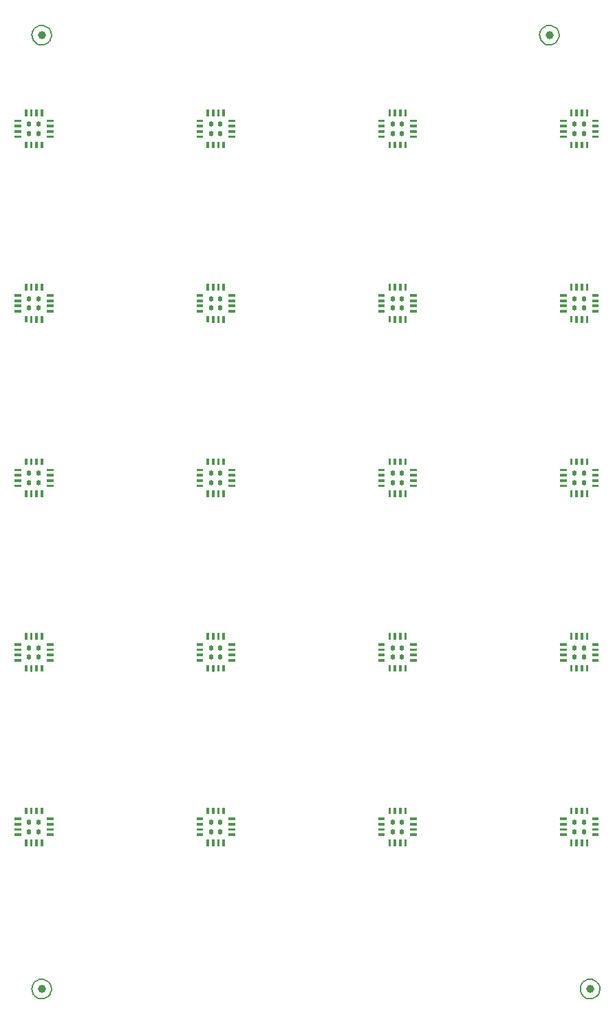
<source format=gbr>
G04 CAM350 V10.5 (Build 464) Date:  Thu Aug 14 23:26:27 2014 *
G04 Database: C:\_Hardware_\񷶥\TemperaturePCB_v7\paste_mask.cam *
G04 Layer 12: TOP_PASTE *
%FSLAX36Y36*%
%MOIN*%
%SFA1.000B1.000*%

%MIA0B0*%
%IPPOS*%
%ADD10C,0.02460*%
%ADD11C,0.00660*%
%ADD22R,0.01240X0.01240*%
%ADD47C,0.03937*%
%ADD48C,0.00787*%
%LNTOP_PASTE*%
%LPD*%
G36*
X2954020Y2989790D02*
G01Y3021270D01*
X2966420*
Y2989790*
X2954020*
G37*
G36*
Y2145050D02*
G01Y2176530D01*
X2966420*
Y2145050*
X2954020*
G37*
G36*
Y1300310D02*
G01Y1331790D01*
X2966420*
Y1300310*
X2954020*
G37*
G36*
Y455570D02*
G01Y487050D01*
X2966420*
Y455570*
X2954020*
G37*
G36*
X2073280Y2989790D02*
G01Y3021270D01*
X2085680*
Y2989790*
X2073280*
G37*
G36*
Y2145050D02*
G01Y2176530D01*
X2085680*
Y2145050*
X2073280*
G37*
G36*
Y1300310D02*
G01Y1331790D01*
X2085680*
Y1300310*
X2073280*
G37*
G36*
Y455570D02*
G01Y487050D01*
X2085680*
Y455570*
X2073280*
G37*
G36*
X1192540Y2989790D02*
G01Y3021270D01*
X1204940*
Y2989790*
X1192540*
G37*
G36*
Y2145050D02*
G01Y2176530D01*
X1204940*
Y2145050*
X1192540*
G37*
G36*
Y1300310D02*
G01Y1331790D01*
X1204940*
Y1300310*
X1192540*
G37*
G36*
Y455570D02*
G01Y487050D01*
X1204940*
Y455570*
X1192540*
G37*
G36*
X311800Y2989790D02*
G01Y3021270D01*
X324200*
Y2989790*
X311800*
G37*
G36*
Y2145050D02*
G01Y2176530D01*
X324200*
Y2145050*
X311800*
G37*
G36*
Y1300310D02*
G01Y1331790D01*
X324200*
Y1300310*
X311800*
G37*
G36*
Y455570D02*
G01Y487050D01*
X324200*
Y455570*
X311800*
G37*
G36*
X2954020Y3834530D02*
G01Y3866011D01*
X2966420*
Y3834530*
X2954020*
G37*
G36*
X2073280D02*
G01Y3866011D01*
X2085680*
Y3834530*
X2073280*
G37*
G36*
X1192540D02*
G01Y3866011D01*
X1204940*
Y3834530*
X1192540*
G37*
G36*
X311800D02*
G01Y3866011D01*
X324200*
Y3834530*
X311800*
G37*
G36*
X2904800Y3038550D02*
G01Y3050790D01*
X2936900*
Y3038550*
X2904800*
G37*
G36*
Y2193810D02*
G01Y2206050D01*
X2936900*
Y2193810*
X2904800*
G37*
G36*
Y1349070D02*
G01Y1361310D01*
X2936900*
Y1349070*
X2904800*
G37*
G36*
X2024060Y3038550D02*
G01Y3050790D01*
X2056160*
Y3038550*
X2024060*
G37*
G36*
Y2193810D02*
G01Y2206050D01*
X2056160*
Y2193810*
X2024060*
G37*
G36*
Y1349070D02*
G01Y1361310D01*
X2056160*
Y1349070*
X2024060*
G37*
G36*
X1143320Y3038550D02*
G01Y3050790D01*
X1175420*
Y3038550*
X1143320*
G37*
G36*
Y2193810D02*
G01Y2206050D01*
X1175420*
Y2193810*
X1143320*
G37*
G36*
Y1349070D02*
G01Y1361310D01*
X1175420*
Y1349070*
X1143320*
G37*
G36*
X262580Y3038550D02*
G01Y3050790D01*
X294680*
Y3038550*
X262580*
G37*
G36*
Y2193810D02*
G01Y2206050D01*
X294680*
Y2193810*
X262580*
G37*
G36*
Y1349070D02*
G01Y1361310D01*
X294680*
Y1349070*
X262580*
G37*
G36*
X2904800Y504330D02*
G01Y516570D01*
X2936900*
Y504330*
X2904800*
G37*
G36*
X2024060D02*
G01Y516570D01*
X2056160*
Y504330*
X2024060*
G37*
G36*
X1143320D02*
G01Y516570D01*
X1175420*
Y504330*
X1143320*
G37*
G36*
X262580D02*
G01Y516570D01*
X294680*
Y504330*
X262580*
G37*
G36*
X2904800Y3883290D02*
G01Y3895531D01*
X2936900*
Y3883290*
X2904800*
G37*
G36*
X2024060D02*
G01Y3895531D01*
X2056160*
Y3883290*
X2024060*
G37*
G36*
X1143320D02*
G01Y3895531D01*
X1175420*
Y3883290*
X1143320*
G37*
G36*
X262580D02*
G01Y3895531D01*
X294680*
Y3883290*
X262580*
G37*
G54D47*
X393701Y4381181D03*
G54D10*
X378000Y3949961D03*
Y3904961D03*
X333000Y3949961D03*
Y3904961D03*
X378000Y3105220D03*
Y3060220D03*
X333000Y3105220D03*
Y3060220D03*
X378000Y2260480D03*
Y2215480D03*
X333000Y2260480D03*
Y2215480D03*
X378000Y1415740D03*
Y1370740D03*
X333000Y1415740D03*
Y1370740D03*
X378000Y571000D03*
Y526000D03*
X333000Y571000D03*
Y526000D03*
G54D47*
X393701Y-236220D03*
G54D10*
X1258740Y3949961D03*
Y3904961D03*
X1213740Y3949961D03*
Y3904961D03*
X1258740Y3105220D03*
Y3060220D03*
X1213740Y3105220D03*
Y3060220D03*
X1258740Y2260480D03*
Y2215480D03*
X1213740Y2260480D03*
Y2215480D03*
X1258740Y1415740D03*
Y1370740D03*
X1213740Y1415740D03*
Y1370740D03*
X1258740Y571000D03*
Y526000D03*
X1213740Y571000D03*
Y526000D03*
X2139480Y3949961D03*
Y3904961D03*
X2094480Y3949961D03*
Y3904961D03*
X2139480Y3105220D03*
Y3060220D03*
X2094480Y3105220D03*
Y3060220D03*
X3020220Y3105220D03*
Y3060220D03*
X2975220Y3105220D03*
Y3060220D03*
X3020220Y3949961D03*
Y3904961D03*
X2975220Y3949961D03*
Y3904961D03*
X2139480Y2260480D03*
Y2215480D03*
X2094480Y2260480D03*
Y2215480D03*
X3020220Y2260480D03*
Y2215480D03*
X2975220Y2260480D03*
Y2215480D03*
X2139480Y1415740D03*
Y1370740D03*
X2094480Y1415740D03*
Y1370740D03*
X3020220Y1415740D03*
Y1370740D03*
X2975220Y1415740D03*
Y1370740D03*
X2139480Y571000D03*
Y526000D03*
X2094480Y571000D03*
Y526000D03*
X3020220Y571000D03*
Y526000D03*
X2975220Y571000D03*
Y526000D03*
G54D47*
X2853669Y4381181D03*
X3050520Y-236220D03*
G54D48*
X440945Y4381181D02*
G01X440452Y4374376D01*
X438985Y4367714*
X436573Y4361332*
X433267Y4355364*
X429136Y4349934*
X424265Y4345156*
X418758Y4341129*
X412728Y4337938*
X406301Y4335648*
X399611Y4334308*
X392799Y4333946*
X386004Y4334568*
X379371Y4336163*
X373036Y4338696*
X367132Y4342115*
X361783Y4346350*
X357099Y4351310*
X353178Y4356894*
X350102Y4362983*
X347936Y4369453*
X346724Y4376167*
X346491Y4382985*
X347243Y4389766*
X348964Y4396368*
X351618Y4402653*
X355150Y4408491*
X359485Y4413759*
X364534Y4418347*
X370192Y4422161*
X376339Y4425119*
X382849Y4427162*
X389585Y4428246*
X396406Y4428348*
X403172Y4427466*
X409740Y4425619*
X415973Y4422846*
X421742Y4419204*
X426926Y4414768*
X431417Y4409632*
X435122Y4403903*
X437963Y4397700*
X439881Y4391153*
X440835Y4384398*
X440945Y4381181*
G54D22*
X394770Y3995621D02*
G01Y4015321D01*
X369180Y3995621D02*
G01Y4015321D01*
X343590Y3995621D02*
G01Y4015321D01*
X318000Y3995621D02*
G01Y4015321D01*
X424290Y3889331D02*
G01X443990D01*
X424290Y3914921D02*
G01X443990D01*
X424290Y3940511D02*
G01X443990D01*
X424290Y3966101D02*
G01X443990D01*
X343590Y3840111D02*
G01Y3859811D01*
X394770Y3840111D02*
G01Y3859811D01*
G54D11*
Y3840581D02*
G01Y3849961D01*
X318000D02*
G01Y3859961D01*
X343590Y3836551D02*
G01Y3849961D01*
G54D22*
X268780Y3966101D02*
G01X288480D01*
X268780Y3940511D02*
G01X288480D01*
X268780Y3914921D02*
G01X288480D01*
X369180Y3840111D02*
G01Y3859811D01*
X394770Y3150881D02*
G01Y3170581D01*
X369180Y3150881D02*
G01Y3170581D01*
X343590Y3150881D02*
G01Y3170581D01*
X318000Y3150881D02*
G01Y3170581D01*
X424290Y3044590D02*
G01X443990D01*
X424290Y3070181D02*
G01X443990D01*
X424290Y3095770D02*
G01X443990D01*
X424290Y3121360D02*
G01X443990D01*
X268780D02*
G01X288480D01*
X268780Y3095770D02*
G01X288480D01*
X268780Y3070181D02*
G01X288480D01*
X343590Y2995370D02*
G01Y3015070D01*
X369180Y2995370D02*
G01Y3015070D01*
X394770Y2995370D02*
G01Y3015070D01*
G54D11*
Y2995840D02*
G01Y3005220D01*
X318000D02*
G01Y3015220D01*
X343590Y2991810D02*
G01Y3005220D01*
G54D22*
X394770Y2306140D02*
G01Y2325840D01*
X369180Y2306140D02*
G01Y2325840D01*
X343590Y2306140D02*
G01Y2325840D01*
X318000Y2306140D02*
G01Y2325840D01*
X424290Y2199850D02*
G01X443990D01*
X424290Y2225440D02*
G01X443990D01*
X424290Y2251030D02*
G01X443990D01*
X424290Y2276620D02*
G01X443990D01*
X268780D02*
G01X288480D01*
X268780Y2251030D02*
G01X288480D01*
X268780Y2225440D02*
G01X288480D01*
X343590Y2150630D02*
G01Y2170330D01*
X369180Y2150630D02*
G01Y2170330D01*
X394770Y2150630D02*
G01Y2170330D01*
G54D11*
Y2151100D02*
G01Y2160480D01*
X318000D02*
G01Y2170480D01*
X343590Y2147070D02*
G01Y2160480D01*
G54D22*
X394770Y1461400D02*
G01Y1481100D01*
X369180Y1461400D02*
G01Y1481100D01*
X343590Y1461400D02*
G01Y1481100D01*
X318000Y1461400D02*
G01Y1481100D01*
X424290Y1355110D02*
G01X443990D01*
X424290Y1380700D02*
G01X443990D01*
X424290Y1406290D02*
G01X443990D01*
X424290Y1431880D02*
G01X443990D01*
X343590Y1305890D02*
G01Y1325590D01*
X369180Y1305890D02*
G01Y1325590D01*
X394770Y1305890D02*
G01Y1325590D01*
G54D11*
Y1306360D02*
G01Y1315740D01*
X318000D02*
G01Y1325740D01*
X343590Y1302330D02*
G01Y1315740D01*
G54D22*
X268780Y1431880D02*
G01X288480D01*
X268780Y1406290D02*
G01X288480D01*
X268780Y1380700D02*
G01X288480D01*
X394770Y616660D02*
G01Y636360D01*
X369180Y616660D02*
G01Y636360D01*
X343590Y616660D02*
G01Y636360D01*
X318000Y616660D02*
G01Y636360D01*
X424290Y510370D02*
G01X443990D01*
X424290Y535960D02*
G01X443990D01*
X424290Y561550D02*
G01X443990D01*
X424290Y587140D02*
G01X443990D01*
X268780D02*
G01X288480D01*
X268780Y561550D02*
G01X288480D01*
X268780Y535960D02*
G01X288480D01*
X343590Y461150D02*
G01Y480850D01*
X369180Y461150D02*
G01Y480850D01*
X394770Y461150D02*
G01Y480850D01*
G54D11*
Y461620D02*
G01Y471000D01*
X318000D02*
G01Y481000D01*
X343590Y457590D02*
G01Y471000D01*
G54D48*
X440945Y-236220D02*
G01X440452Y-243025D01*
X438985Y-249688*
X436573Y-256070*
X433267Y-262038*
X429136Y-267468*
X424265Y-272246*
X418758Y-276272*
X412728Y-279464*
X406301Y-281753*
X399611Y-283093*
X392799Y-283456*
X386004Y-282833*
X379371Y-281239*
X373036Y-278706*
X367132Y-275286*
X361783Y-271052*
X357099Y-266092*
X353178Y-260508*
X350102Y-254418*
X347936Y-247949*
X346724Y-241235*
X346491Y-234416*
X347243Y-227635*
X348964Y-221033*
X351618Y-214748*
X355150Y-208911*
X359485Y-203643*
X364534Y-199054*
X370192Y-195241*
X376339Y-192282*
X382849Y-190240*
X389585Y-189156*
X396406Y-189054*
X403172Y-189935*
X409740Y-191782*
X415973Y-194556*
X421742Y-198198*
X426926Y-202633*
X431417Y-207769*
X435122Y-213498*
X437963Y-219701*
X439881Y-226249*
X440835Y-233004*
X440945Y-236220*
G54D22*
X1275510Y3995621D02*
G01Y4015321D01*
X1249920Y3995621D02*
G01Y4015321D01*
X1224330Y3995621D02*
G01Y4015321D01*
X1198740Y3995621D02*
G01Y4015321D01*
X1305030Y3889331D02*
G01X1324730D01*
X1305030Y3914921D02*
G01X1324730D01*
X1305030Y3940511D02*
G01X1324730D01*
X1305030Y3966101D02*
G01X1324730D01*
X1224330Y3840111D02*
G01Y3859811D01*
X1249920Y3840111D02*
G01Y3859811D01*
X1275510Y3840111D02*
G01Y3859811D01*
G54D11*
Y3840581D02*
G01Y3849961D01*
X1198740D02*
G01Y3859961D01*
X1224330Y3836551D02*
G01Y3849961D01*
G54D22*
X1149520Y3966101D02*
G01X1169220D01*
X1149520Y3940511D02*
G01X1169220D01*
X1149520Y3914921D02*
G01X1169220D01*
X1275510Y3150881D02*
G01Y3170581D01*
X1249920Y3150881D02*
G01Y3170581D01*
X1224330Y3150881D02*
G01Y3170581D01*
X1198740Y3150881D02*
G01Y3170581D01*
X1305030Y3044590D02*
G01X1324730D01*
X1305030Y3070181D02*
G01X1324730D01*
X1305030Y3095770D02*
G01X1324730D01*
X1305030Y3121360D02*
G01X1324730D01*
X1149520Y3095770D02*
G01X1169220D01*
X1149520Y3070181D02*
G01X1169220D01*
X1149520Y3121360D02*
G01X1169220D01*
X1224330Y2995370D02*
G01Y3015070D01*
X1249920Y2995370D02*
G01Y3015070D01*
X1275510Y2995370D02*
G01Y3015070D01*
G54D11*
Y2995840D02*
G01Y3005220D01*
X1198740D02*
G01Y3015220D01*
X1224330Y2991810D02*
G01Y3005220D01*
G54D22*
X1305030Y2199850D02*
G01X1324730D01*
X1305030Y2225440D02*
G01X1324730D01*
X1305030Y2251030D02*
G01X1324730D01*
X1305030Y2276620D02*
G01X1324730D01*
X1149520D02*
G01X1169220D01*
X1149520Y2251030D02*
G01X1169220D01*
X1149520Y2225440D02*
G01X1169220D01*
X1224330Y2150630D02*
G01Y2170330D01*
X1249920Y2150630D02*
G01Y2170330D01*
X1275510Y2150630D02*
G01Y2170330D01*
G54D11*
Y2151100D02*
G01Y2160480D01*
X1198740D02*
G01Y2170480D01*
X1224330Y2147070D02*
G01Y2160480D01*
G54D22*
X1275510Y2306140D02*
G01Y2325840D01*
X1249920Y2306140D02*
G01Y2325840D01*
X1224330Y2306140D02*
G01Y2325840D01*
X1198740Y2306140D02*
G01Y2325840D01*
X1305030Y1355110D02*
G01X1324730D01*
X1305030Y1380700D02*
G01X1324730D01*
X1305030Y1406290D02*
G01X1324730D01*
X1305030Y1431880D02*
G01X1324730D01*
X1149520D02*
G01X1169220D01*
X1149520Y1406290D02*
G01X1169220D01*
X1149520Y1380700D02*
G01X1169220D01*
X1275510Y1461400D02*
G01Y1481100D01*
X1249920Y1461400D02*
G01Y1481100D01*
X1224330Y1461400D02*
G01Y1481100D01*
X1198740Y1461400D02*
G01Y1481100D01*
X1224330Y1305890D02*
G01Y1325590D01*
X1249920Y1305890D02*
G01Y1325590D01*
X1275510Y1305890D02*
G01Y1325590D01*
G54D11*
Y1306360D02*
G01Y1315740D01*
X1198740D02*
G01Y1325740D01*
X1224330Y1302330D02*
G01Y1315740D01*
G54D22*
X1305030Y510370D02*
G01X1324730D01*
X1305030Y535960D02*
G01X1324730D01*
X1305030Y561550D02*
G01X1324730D01*
X1305030Y587140D02*
G01X1324730D01*
X1149520D02*
G01X1169220D01*
X1149520Y561550D02*
G01X1169220D01*
X1149520Y535960D02*
G01X1169220D01*
X1224330Y461150D02*
G01Y480850D01*
X1249920Y461150D02*
G01Y480850D01*
X1275510Y461150D02*
G01Y480850D01*
G54D11*
Y461620D02*
G01Y471000D01*
X1198740D02*
G01Y481000D01*
X1224330Y457590D02*
G01Y471000D01*
G54D22*
X1275510Y616660D02*
G01Y636360D01*
X1249920Y616660D02*
G01Y636360D01*
X1224330Y616660D02*
G01Y636360D01*
X1198740Y616660D02*
G01Y636360D01*
X2185770Y3889331D02*
G01X2205470D01*
X2185770Y3914921D02*
G01X2205470D01*
X2185770Y3940511D02*
G01X2205470D01*
X2185770Y3966101D02*
G01X2205470D01*
X2030260D02*
G01X2049960D01*
X2030260Y3940511D02*
G01X2049960D01*
X2030260Y3914921D02*
G01X2049960D01*
X2185770D02*
G01X2205470D01*
X2105070Y3840111D02*
G01Y3859811D01*
X2130660Y3840111D02*
G01Y3859811D01*
X2156250Y3840111D02*
G01Y3859811D01*
G54D11*
Y3840581D02*
G01Y3849961D01*
X2079480D02*
G01Y3859961D01*
G54D22*
X2156250Y3995621D02*
G01Y4015321D01*
X2130660Y3995621D02*
G01Y4015321D01*
X2105070Y3995621D02*
G01Y4015321D01*
X2079480Y3995621D02*
G01Y4015321D01*
X2185770Y3044590D02*
G01X2205470D01*
X2185770Y3070181D02*
G01X2205470D01*
X2185770Y3095770D02*
G01X2205470D01*
X2185770Y3121360D02*
G01X2205470D01*
X2030260D02*
G01X2049960D01*
X2030260Y3095770D02*
G01X2049960D01*
X2030260Y3070181D02*
G01X2049960D01*
X2105070Y2995370D02*
G01Y3015070D01*
X2130660Y2995370D02*
G01Y3015070D01*
X2156250Y2995370D02*
G01Y3015070D01*
G54D11*
Y2995840D02*
G01Y3005220D01*
X2079480D02*
G01Y3015220D01*
G54D22*
X2156250Y3150881D02*
G01Y3170581D01*
X2130660Y3150881D02*
G01Y3170581D01*
X2105070Y3150881D02*
G01Y3170581D01*
X2079480Y3150881D02*
G01Y3170581D01*
X3066510Y3044590D02*
G01X3086210D01*
X3066510Y3070181D02*
G01X3086210D01*
X3066510Y3095770D02*
G01X3086210D01*
X3066510Y3121360D02*
G01X3086210D01*
X2911000D02*
G01X2930700D01*
X2911000Y3095770D02*
G01X2930700D01*
X2911000Y3070181D02*
G01X2930700D01*
X2985810Y2995370D02*
G01Y3015070D01*
X3011400Y2995370D02*
G01Y3015070D01*
X3036990Y2995370D02*
G01Y3015070D01*
G54D11*
Y2995840D02*
G01Y3005220D01*
X2960220D02*
G01Y3015220D01*
G54D22*
X3036990Y3150881D02*
G01Y3170581D01*
X3011400Y3150881D02*
G01Y3170581D01*
X2985810Y3150881D02*
G01Y3170581D01*
X2960220Y3150881D02*
G01Y3170581D01*
X2985810Y3840111D02*
G01Y3859811D01*
X3011400Y3840111D02*
G01Y3859811D01*
X3036990Y3840111D02*
G01Y3859811D01*
G54D11*
Y3840581D02*
G01Y3849961D01*
X2960220D02*
G01Y3859961D01*
G54D22*
X3066510Y3889331D02*
G01X3086210D01*
X3066510Y3914921D02*
G01X3086210D01*
X3066510Y3940511D02*
G01X3086210D01*
X3066510Y3966101D02*
G01X3086210D01*
X2911000D02*
G01X2930700D01*
X2911000Y3940511D02*
G01X2930700D01*
X2911000Y3914921D02*
G01X2930700D01*
X3036990Y3995621D02*
G01Y4015321D01*
X3011400Y3995621D02*
G01Y4015321D01*
X2985810Y3995621D02*
G01Y4015321D01*
X2960220Y3995621D02*
G01Y4015321D01*
X2185770Y2199850D02*
G01X2205470D01*
X2185770Y2225440D02*
G01X2205470D01*
X2185770Y2251030D02*
G01X2205470D01*
X2185770Y2276620D02*
G01X2205470D01*
X2030260D02*
G01X2049960D01*
X2030260Y2251030D02*
G01X2049960D01*
X2030260Y2225440D02*
G01X2049960D01*
X2105070Y2150630D02*
G01Y2170330D01*
X2130660Y2150630D02*
G01Y2170330D01*
X2156250Y2150630D02*
G01Y2170330D01*
G54D11*
Y2151100D02*
G01Y2160480D01*
X2079480D02*
G01Y2170480D01*
X2105070Y2147070D02*
G01Y2160480D01*
G54D22*
X2156250Y2306140D02*
G01Y2325840D01*
X2130660Y2306140D02*
G01Y2325840D01*
X2105070Y2306140D02*
G01Y2325840D01*
X2079480Y2306140D02*
G01Y2325840D01*
X3066510Y2199850D02*
G01X3086210D01*
X3066510Y2225440D02*
G01X3086210D01*
X3066510Y2251030D02*
G01X3086210D01*
X3066510Y2276620D02*
G01X3086210D01*
X2911000D02*
G01X2930700D01*
X2911000Y2251030D02*
G01X2930700D01*
X2911000Y2225440D02*
G01X2930700D01*
X3036990Y2306140D02*
G01Y2325840D01*
X3011400Y2306140D02*
G01Y2325840D01*
X2985810Y2306140D02*
G01Y2325840D01*
X2960220Y2306140D02*
G01Y2325840D01*
X2985810Y2150630D02*
G01Y2170330D01*
X3011400Y2150630D02*
G01Y2170330D01*
X3036990Y2150630D02*
G01Y2170330D01*
G54D11*
Y2151100D02*
G01Y2160480D01*
X2960220D02*
G01Y2170480D01*
X2985810Y2147070D02*
G01Y2160480D01*
X2079480Y1315740D02*
G01Y1325740D01*
X2156250Y1306360D02*
G01Y1315740D01*
G54D22*
X2105070Y1305890D02*
G01Y1325590D01*
X2130660Y1305890D02*
G01Y1325590D01*
X2156250Y1305890D02*
G01Y1325590D01*
X2185770Y1355110D02*
G01X2205470D01*
X2185770Y1380700D02*
G01X2205470D01*
X2185770Y1406290D02*
G01X2205470D01*
X2185770Y1431880D02*
G01X2205470D01*
X2030260D02*
G01X2049960D01*
X2030260Y1406290D02*
G01X2049960D01*
X2030260Y1380700D02*
G01X2049960D01*
X2156250Y1461400D02*
G01Y1481100D01*
X2130660Y1461400D02*
G01Y1481100D01*
X2105070Y1461400D02*
G01Y1481100D01*
X2079480Y1461400D02*
G01Y1481100D01*
X3066510Y1355110D02*
G01X3086210D01*
X3066510Y1380700D02*
G01X3086210D01*
X3066510Y1406290D02*
G01X3086210D01*
X3066510Y1431880D02*
G01X3086210D01*
X2911000D02*
G01X2930700D01*
X2911000Y1406290D02*
G01X2930700D01*
X2911000Y1380700D02*
G01X2930700D01*
X3036990Y1461400D02*
G01Y1481100D01*
X3011400Y1461400D02*
G01Y1481100D01*
X2985810Y1461400D02*
G01Y1481100D01*
X2960220Y1461400D02*
G01Y1481100D01*
X2985810Y1305890D02*
G01Y1325590D01*
X3011400Y1305890D02*
G01Y1325590D01*
X3036990Y1305890D02*
G01Y1325590D01*
G54D11*
Y1306360D02*
G01Y1315740D01*
X2960220D02*
G01Y1325740D01*
G54D22*
X2185770Y510370D02*
G01X2205470D01*
X2185770Y535960D02*
G01X2205470D01*
X2185770Y561550D02*
G01X2205470D01*
X2185770Y587140D02*
G01X2205470D01*
X2030260D02*
G01X2049960D01*
X2030260Y561550D02*
G01X2049960D01*
X2030260Y535960D02*
G01X2049960D01*
X2156250Y616660D02*
G01Y636360D01*
X2130660Y616660D02*
G01Y636360D01*
X2105070Y616660D02*
G01Y636360D01*
X2079480Y616660D02*
G01Y636360D01*
X2105070Y461150D02*
G01Y480850D01*
X2130660Y461150D02*
G01Y480850D01*
X2156250Y461150D02*
G01Y480850D01*
G54D11*
Y461620D02*
G01Y471000D01*
X2079480D02*
G01Y481000D01*
G54D22*
X2985810Y461150D02*
G01Y480850D01*
X3011400Y461150D02*
G01Y480850D01*
X3036990Y461150D02*
G01Y480850D01*
G54D11*
Y461620D02*
G01Y471000D01*
X2960220D02*
G01Y481000D01*
X2985810Y457590D02*
G01Y471000D01*
G54D22*
X3066510Y510370D02*
G01X3086210D01*
X3066510Y535960D02*
G01X3086210D01*
X3066510Y561550D02*
G01X3086210D01*
X3066510Y587140D02*
G01X3086210D01*
X2911000D02*
G01X2930700D01*
X2911000Y561550D02*
G01X2930700D01*
X2911000Y535960D02*
G01X2930700D01*
X3036990Y616660D02*
G01Y636360D01*
X3011400Y616660D02*
G01Y636360D01*
X2985810Y616660D02*
G01Y636360D01*
X2960220Y616660D02*
G01Y636360D01*
G54D48*
X2900913Y4381181D02*
G01X2900421Y4374376D01*
X2898953Y4367714*
X2896541Y4361332*
X2893235Y4355364*
X2889104Y4349934*
X2884234Y4345156*
X2878726Y4341129*
X2872696Y4337938*
X2866269Y4335648*
X2859580Y4334308*
X2852767Y4333946*
X2845973Y4334568*
X2839339Y4336163*
X2833005Y4338696*
X2827101Y4342115*
X2821751Y4346350*
X2817067Y4351310*
X2813146Y4356894*
X2810071Y4362983*
X2807904Y4369453*
X2806692Y4376167*
X2806460Y4382985*
X2807212Y4389766*
X2808933Y4396368*
X2811587Y4402653*
X2815118Y4408491*
X2819454Y4413759*
X2824503Y4418347*
X2830160Y4422161*
X2836308Y4425119*
X2842817Y4427162*
X2849553Y4428246*
X2856375Y4428348*
X2863140Y4427466*
X2869708Y4425619*
X2875941Y4422846*
X2881710Y4419204*
X2886894Y4414768*
X2891386Y4409632*
X2895090Y4403903*
X2897931Y4397700*
X2899849Y4391153*
X2900804Y4384398*
X2900913Y4381181*
X3097764Y-236220D02*
G01X3097271Y-243025D01*
X3095804Y-249688*
X3093392Y-256070*
X3090086Y-262038*
X3085954Y-267468*
X3081084Y-272246*
X3075577Y-276272*
X3069547Y-279464*
X3063120Y-281753*
X3056430Y-283093*
X3049617Y-283456*
X3042823Y-282833*
X3036190Y-281239*
X3029855Y-278706*
X3023951Y-275286*
X3018601Y-271052*
X3013917Y-266092*
X3009997Y-260508*
X3006921Y-254418*
X3004755Y-247949*
X3003542Y-241235*
X3003310Y-234416*
X3004062Y-227635*
X3005783Y-221033*
X3008437Y-214748*
X3011969Y-208911*
X3016304Y-203643*
X3021353Y-199054*
X3027010Y-195241*
X3033158Y-192282*
X3039668Y-190240*
X3046404Y-189156*
X3053225Y-189054*
X3059991Y-189935*
X3066558Y-191782*
X3072792Y-194556*
X3078561Y-198198*
X3083745Y-202633*
X3088236Y-207769*
X3091941Y-213498*
X3094782Y-219701*
X3096699Y-226249*
X3097654Y-233004*
X3097764Y-236220*
M02*

</source>
